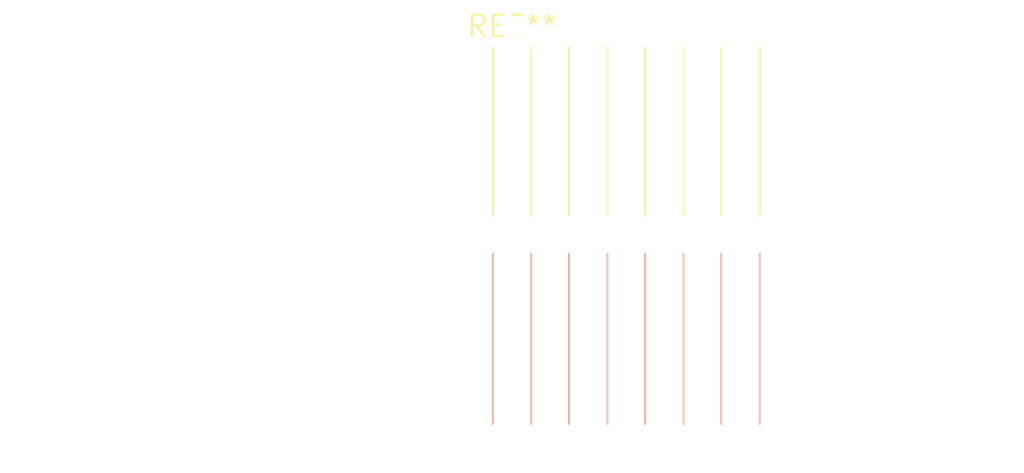
<source format=kicad_pcb>
(kicad_pcb (version 20240108) (generator pcbnew)
  (layers (0 "F.Cu" signal) (31 "B.Cu" signal) (34 "B.Paste" user) (35 "F.Paste" user) (36 "B.SilkS" user "B.Silkscreen") (37 "F.SilkS" user "F.Silkscreen") (38 "B.Mask" user) (39 "F.Mask" user) (44 "Edge.Cuts" user))
  (net 0 "")
  (footprint "SolderWire-0.5sqmm_1x04_P4.6mm_D0.9mm_OD2.1mm_Relief2x" (layer "F.Cu") (at 0 0)
    (property "Reference" "REF**")
    (property "Value" "SolderWire-0.5sqmm_1x04_P4.6mm_D0.9mm_OD2.1mm_Relief2x")
    (fp_line (start -1.16 13.76) (end -1.16 24.04) (layer "B.SilkS") (stroke (width 0.12)))
    (fp_line (start 1.16 13.76) (end 1.16 24.04) (layer "B.SilkS") (stroke (width 0.12)))
    (fp_line (start 3.44 13.76) (end 3.44 24.04) (layer "B.SilkS") (stroke (width 0.12)))
    (fp_line (start 5.76 13.76) (end 5.76 24.04) (layer "B.SilkS") (stroke (width 0.12)))
    (fp_line (start 8.04 13.76) (end 8.04 24.04) (layer "B.SilkS") (stroke (width 0.12)))
    (fp_line (start 10.36 13.76) (end 10.36 24.04) (layer "B.SilkS") (stroke (width 0.12)))
    (fp_line (start 12.64 13.76) (end 12.64 24.04) (layer "B.SilkS") (stroke (width 0.12)))
    (fp_line (start 14.96 13.76) (end 14.96 24.04) (layer "B.SilkS") (stroke (width 0.12)))
    (fp_line (start -1.16 1.31) (end -1.16 11.44) (layer "F.SilkS") (stroke (width 0.12)))
    (fp_line (start 1.16 1.31) (end 1.16 11.44) (layer "F.SilkS") (stroke (width 0.12)))
    (fp_line (start 3.44 1.31) (end 3.44 11.44) (layer "F.SilkS") (stroke (width 0.12)))
    (fp_line (start 5.76 1.31) (end 5.76 11.44) (layer "F.SilkS") (stroke (width 0.12)))
    (fp_line (start 8.04 1.31) (end 8.04 11.44) (layer "F.SilkS") (stroke (width 0.12)))
    (fp_line (start 10.36 1.31) (end 10.36 11.44) (layer "F.SilkS") (stroke (width 0.12)))
    (fp_line (start 12.64 1.31) (end 12.64 11.44) (layer "F.SilkS") (stroke (width 0.12)))
    (fp_line (start 14.96 1.31) (end 14.96 11.44) (layer "F.SilkS") (stroke (width 0.12)))
    (pad "" np_thru_hole circle (at 0 12.6) (size 2.6 2.6) (drill 2.6) (layers *.Cu *.Mask))
    (pad "" np_thru_hole circle (at 0 25.2) (size 2.6 2.6) (drill 2.6) (layers *.Cu *.Mask))
    (pad "" np_thru_hole circle (at 4.6 12.6) (size 2.6 2.6) (drill 2.6) (layers *.Cu *.Mask))
    (pad "" np_thru_hole circle (at 4.6 25.2) (size 2.6 2.6) (drill 2.6) (layers *.Cu *.Mask))
    (pad "" np_thru_hole circle (at 9.2 12.6) (size 2.6 2.6) (drill 2.6) (layers *.Cu *.Mask))
    (pad "" np_thru_hole circle (at 9.2 25.2) (size 2.6 2.6) (drill 2.6) (layers *.Cu *.Mask))
    (pad "" np_thru_hole circle (at 13.8 12.6) (size 2.6 2.6) (drill 2.6) (layers *.Cu *.Mask))
    (pad "" np_thru_hole circle (at 13.8 25.2) (size 2.6 2.6) (drill 2.6) (layers *.Cu *.Mask))
    (pad "1" thru_hole roundrect (at 0 0) (size 2.1 2.1) (drill 1.1) (layers *.Cu *.Mask) (remove_unused_layers) (roundrect_rratio 0.119048))
    (pad "2" thru_hole circle (at 4.6 0) (size 2.1 2.1) (drill 1.1) (layers *.Cu *.Mask) (remove_unused_layers))
    (pad "3" thru_hole circle (at 9.2 0) (size 2.1 2.1) (drill 1.1) (layers *.Cu *.Mask) (remove_unused_layers))
    (pad "4" thru_hole circle (at 13.8 0) (size 2.1 2.1) (drill 1.1) (layers *.Cu *.Mask) (remove_unused_layers))
  )
)
</source>
